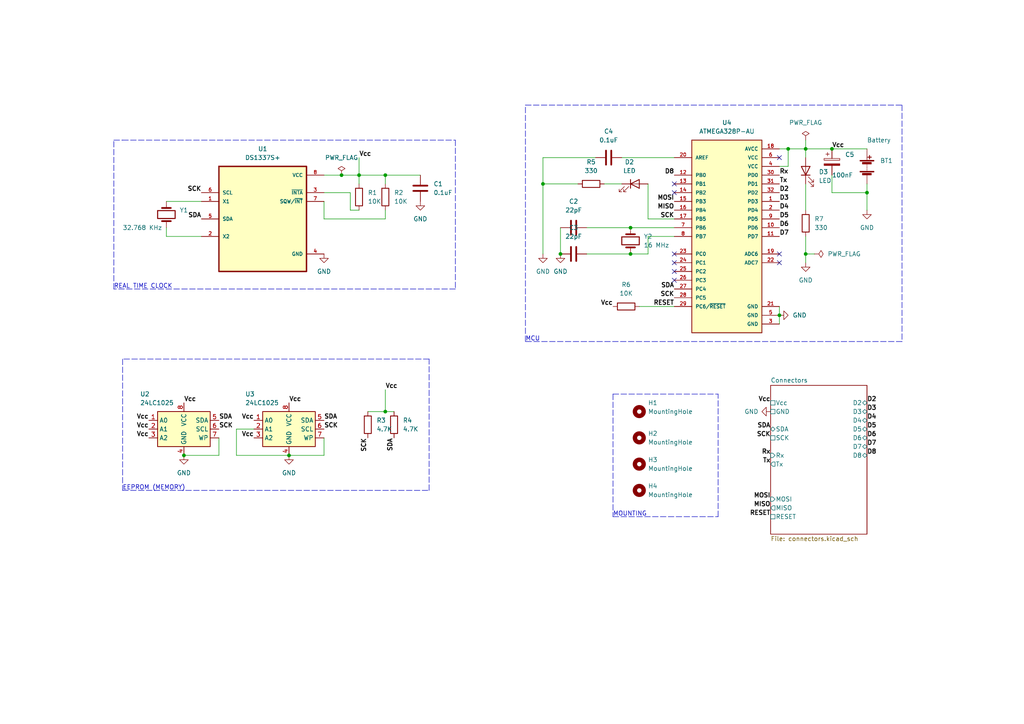
<source format=kicad_sch>
(kicad_sch (version 20211123) (generator eeschema)
  (paper "A4")
  (title_block (title "MCU_DATA_LOGGER") (date "2022-04-10") (rev "1"))
  (lib_symbols
    (symbol "ATMEGA328P-AU:ATMEGA328P-AU" (pin_names (offset 1.016))
      (property "Reference" "U4" (at 0 33.02 0))
      (property "Value" "ATMEGA328P-AU" (at 0 30.48 0))
      (symbol "ATMEGA328P-AU_0_0"
        (rectangle (start -10.16 -27.94) (end 10.16 27.94) (stroke (width 0.254)) (fill (type background)))
        (pin bidirectional line (at 15.24 10.16 180) (length 5.08) (name "PD3") (number "1"))
        (pin bidirectional line (at 15.24 2.54 180) (length 5.08) (name "PD6") (number "10"))
        (pin bidirectional line (at 15.24 0 180) (length 5.08) (name "PD7") (number "11"))
        (pin bidirectional line (at -15.24 17.78 0) (length 5.08) (name "PB0") (number "12"))
        (pin bidirectional line (at -15.24 15.24 0) (length 5.08) (name "PB1") (number "13"))
        (pin bidirectional line (at -15.24 12.7 0) (length 5.08) (name "PB2") (number "14"))
        (pin bidirectional line (at -15.24 10.16 0) (length 5.08) (name "PB3") (number "15"))
        (pin bidirectional line (at -15.24 7.62 0) (length 5.08) (name "PB4") (number "16"))
        (pin bidirectional line (at -15.24 5.08 0) (length 5.08) (name "PB5") (number "17"))
        (pin power_in line (at 15.24 25.4 180) (length 5.08) (name "AVCC") (number "18"))
        (pin bidirectional line (at 15.24 -5.08 180) (length 5.08) (name "ADC6") (number "19"))
        (pin bidirectional line (at 15.24 7.62 180) (length 5.08) (name "PD4") (number "2"))
        (pin input line (at -15.24 22.86 0) (length 5.08) (name "AREF") (number "20"))
        (pin power_in line (at 15.24 -20.32 180) (length 5.08) (name "GND") (number "21"))
        (pin bidirectional line (at 15.24 -7.62 180) (length 5.08) (name "ADC7") (number "22"))
        (pin bidirectional line (at -15.24 -5.08 0) (length 5.08) (name "PC0") (number "23"))
        (pin bidirectional line (at -15.24 -7.62 0) (length 5.08) (name "PC1") (number "24"))
        (pin bidirectional line (at -15.24 -10.16 0) (length 5.08) (name "PC2") (number "25"))
        (pin bidirectional line (at -15.24 -12.7 0) (length 5.08) (name "PC3") (number "26"))
        (pin bidirectional line (at -15.24 -15.24 0) (length 5.08) (name "PC4") (number "27"))
        (pin bidirectional line (at -15.24 -17.78 0) (length 5.08) (name "PC5") (number "28"))
        (pin bidirectional line (at -15.24 -20.32 0) (length 5.08) (name "PC6/~{RESET}") (number "29"))
        (pin power_in line (at 15.24 -25.4 180) (length 5.08) (name "GND") (number "3"))
        (pin bidirectional line (at 15.24 17.78 180) (length 5.08) (name "PD0") (number "30"))
        (pin bidirectional line (at 15.24 15.24 180) (length 5.08) (name "PD1") (number "31"))
        (pin bidirectional line (at 15.24 12.7 180) (length 5.08) (name "PD2") (number "32"))
        (pin power_in line (at 15.24 20.32 180) (length 5.08) (name "VCC") (number "4"))
        (pin power_in line (at 15.24 -22.86 180) (length 5.08) (name "GND") (number "5"))
        (pin power_in line (at 15.24 22.86 180) (length 5.08) (name "VCC") (number "6"))
        (pin bidirectional line (at -15.24 2.54 0) (length 5.08) (name "PB6") (number "7"))
        (pin bidirectional line (at -15.24 0 0) (length 5.08) (name "PB7") (number "8"))
        (pin bidirectional line (at 15.24 5.08 180) (length 5.08) (name "PD5") (number "9"))
      )
    )
    (symbol "Device:Battery" (pin_numbers hide) (pin_names (offset 0) hide)
      (property "Reference" "BT" (at 2.54 2.54 0))
      (property "Value" "Battery" (at 2.54 0 0))
      (symbol "Battery_0_1"
        (rectangle (start -2.032 -1.397) (end 2.032 -1.651) (fill (type outline)))
        (rectangle (start -2.032 1.778) (end 2.032 1.524) (fill (type outline)))
        (rectangle (start -1.3208 -1.9812) (end 1.27 -2.4892) (fill (type outline)))
        (rectangle (start -1.3208 1.1938) (end 1.27 0.6858) (fill (type outline)))
        (polyline (pts (xy 0 -1.524) (xy 0 -1.27)))
        (polyline (pts (xy 0 -1.016) (xy 0 -0.762)))
        (polyline (pts (xy 0 -0.508) (xy 0 -0.254)))
        (polyline (pts (xy 0 0) (xy 0 0.254)))
        (polyline (pts (xy 0 0.508) (xy 0 0.762)))
        (polyline (pts (xy 0 1.778) (xy 0 2.54)))
        (polyline (pts (xy 0.254 2.667) (xy 1.27 2.667)) (stroke (width 0.254)))
        (polyline (pts (xy 0.762 3.175) (xy 0.762 2.159)) (stroke (width 0.254)))
      )
      (symbol "Battery_1_1"
        (pin passive line (at 0 5.08 270) (length 2.54) (name "+") (number "1"))
        (pin passive line (at 0 -5.08 90) (length 2.54) (name "-") (number "2"))
      )
    )
    (symbol "Device:C" (pin_numbers hide) (pin_names (offset 0.254))
      (property "Reference" "C" (at 0.635 2.54 0))
      (property "Value" "C" (at 0.635 -2.54 0))
      (symbol "C_0_1"
        (polyline (pts (xy -2.032 -0.762) (xy 2.032 -0.762)) (stroke (width 0.508)))
        (polyline (pts (xy -2.032 0.762) (xy 2.032 0.762)) (stroke (width 0.508)))
      )
      (symbol "C_1_1"
        (pin passive line (at 0 3.81 270) (length 2.794) (name "~") (number "1"))
        (pin passive line (at 0 -3.81 90) (length 2.794) (name "~") (number "2"))
      )
    )
    (symbol "Device:C_Polarized" (pin_numbers hide) (pin_names (offset 0.254))
      (property "Reference" "C" (at 0.635 2.54 0))
      (property "Value" "C_Polarized" (at 0.635 -2.54 0))
      (symbol "C_Polarized_0_1"
        (rectangle (start -2.286 0.508) (end 2.286 1.016))
        (polyline (pts (xy -1.778 2.286) (xy -0.762 2.286)))
        (polyline (pts (xy -1.27 2.794) (xy -1.27 1.778)))
        (rectangle (start 2.286 -0.508) (end -2.286 -1.016) (fill (type outline)))
      )
      (symbol "C_Polarized_1_1"
        (pin passive line (at 0 3.81 270) (length 2.794) (name "~") (number "1"))
        (pin passive line (at 0 -3.81 90) (length 2.794) (name "~") (number "2"))
      )
    )
    (symbol "Device:Crystal" (pin_numbers hide) (pin_names (offset 1.016) hide)
      (property "Reference" "Y" (at 0 3.81 0))
      (property "Value" "Crystal" (at 0 -3.81 0))
      (symbol "Crystal_0_1"
        (rectangle (start -1.143 2.54) (end 1.143 -2.54) (stroke (width 0.3048)))
        (polyline (pts (xy -2.54 0) (xy -1.905 0)))
        (polyline (pts (xy -1.905 -1.27) (xy -1.905 1.27)) (stroke (width 0.508)))
        (polyline (pts (xy 1.905 -1.27) (xy 1.905 1.27)) (stroke (width 0.508)))
        (polyline (pts (xy 2.54 0) (xy 1.905 0)))
      )
      (symbol "Crystal_1_1"
        (pin passive line (at -3.81 0 0) (length 1.27) (name "1") (number "1"))
        (pin passive line (at 3.81 0 180) (length 1.27) (name "2") (number "2"))
      )
    )
    (symbol "Device:LED" (pin_numbers hide) (pin_names (offset 1.016) hide)
      (property "Reference" "D" (at 0 2.54 0))
      (property "Value" "LED" (at 0 -2.54 0))
      (symbol "LED_0_1"
        (polyline (pts (xy -1.27 -1.27) (xy -1.27 1.27)) (stroke (width 0.254)))
        (polyline (pts (xy -1.27 0) (xy 1.27 0)))
        (polyline (pts (xy 1.27 -1.27) (xy 1.27 1.27) (xy -1.27 0) (xy 1.27 -1.27)) (stroke (width 0.254)))
        (polyline (pts (xy -3.048 -0.762) (xy -4.572 -2.286) (xy -3.81 -2.286) (xy -4.572 -2.286) (xy -4.572 -1.524)))
        (polyline (pts (xy -1.778 -0.762) (xy -3.302 -2.286) (xy -2.54 -2.286) (xy -3.302 -2.286) (xy -3.302 -1.524)))
      )
      (symbol "LED_1_1"
        (pin passive line (at -3.81 0 0) (length 2.54) (name "K") (number "1"))
        (pin passive line (at 3.81 0 180) (length 2.54) (name "A") (number "2"))
      )
    )
    (symbol "Device:R" (pin_numbers hide) (pin_names (offset 0))
      (property "Reference" "R" (at 2.032 0 90))
      (property "Value" "R" (at 0 0 90))
      (symbol "R_0_1"
        (rectangle (start -1.016 -2.54) (end 1.016 2.54) (stroke (width 0.254)))
      )
      (symbol "R_1_1"
        (pin passive line (at 0 3.81 270) (length 1.27) (name "~") (number "1"))
        (pin passive line (at 0 -3.81 90) (length 1.27) (name "~") (number "2"))
      )
    )
    (symbol "Mechanical:MountingHole" (pin_names (offset 1.016))
      (property "Reference" "H" (at 0 5.08 0))
      (property "Value" "MountingHole" (at 0 3.175 0))
      (symbol "MountingHole_0_1"
        (circle (center 0 0) (radius 1.27) (stroke (width 1.27)))
      )
    )
    (symbol "Memory_EEPROM:24LC1025"
      (property "Reference" "U" (at -6.35 6.35 0))
      (property "Value" "24LC1025" (at 1.27 6.35 0))
      (symbol "24LC1025_1_1"
        (rectangle (start -7.62 5.08) (end 7.62 -5.08) (stroke (width 0.254)) (fill (type background)))
        (pin input line (at -10.16 2.54 0) (length 2.54) (name "A0") (number "1"))
        (pin input line (at -10.16 0 0) (length 2.54) (name "A1") (number "2"))
        (pin input line (at -10.16 -2.54 0) (length 2.54) (name "A2") (number "3"))
        (pin power_in line (at 0 -7.62 90) (length 2.54) (name "GND") (number "4"))
        (pin bidirectional line (at 10.16 2.54 180) (length 2.54) (name "SDA") (number "5"))
        (pin input line (at 10.16 0 180) (length 2.54) (name "SCL") (number "6"))
        (pin input line (at 10.16 -2.54 180) (length 2.54) (name "WP") (number "7"))
        (pin power_in line (at 0 7.62 270) (length 2.54) (name "VCC") (number "8"))
      )
    )
    (symbol "New_Library:DS1337S+" (pin_names (offset 1.016))
      (property "Reference" "U" (at -12.7 16.2306 0))
      (property "Value" "DS1337S+" (at -12.7 -19.2278 0))
      (symbol "DS1337S+_0_0"
        (rectangle (start -12.7 -15.24) (end 12.7 15.24) (stroke (width 0.4064)) (fill (type background)))
        (pin input line (at -17.78 5.08 0) (length 5.08) (name "X1") (number "1"))
        (pin bidirectional line (at -17.78 -5.08 0) (length 5.08) (name "X2") (number "2"))
        (pin output line (at 17.78 7.62 180) (length 5.08) (name "~{INTA}") (number "3"))
        (pin power_in line (at 17.78 -10.16 180) (length 5.08) (name "GND") (number "4"))
        (pin bidirectional line (at -17.78 0 0) (length 5.08) (name "SDA") (number "5"))
        (pin input line (at -17.78 7.62 0) (length 5.08) (name "SCL") (number "6"))
        (pin output line (at 17.78 5.08 180) (length 5.08) (name "SQW/~{INT}") (number "7"))
        (pin power_in line (at 17.78 12.7 180) (length 5.08) (name "VCC") (number "8"))
      )
    )
    (symbol "power:GND" (power) (pin_names (offset 0))
      (property "Value" "GND" (at 0 -3.81 0))
      (symbol "GND_0_1"
        (polyline (pts (xy 0 0) (xy 0 -1.27) (xy 1.27 -1.27) (xy 0 -2.54) (xy -1.27 -1.27) (xy 0 -1.27)))
      )
      (symbol "GND_1_1"
        (pin power_in line (at 0 0 270) (length 0) hide (name "GND") (number "1"))
      )
    )
    (symbol "power:PWR_FLAG" (power) (pin_numbers hide) (pin_names (offset 0) hide)
      (property "Value" "PWR_FLAG" (at 0 3.81 0))
      (symbol "PWR_FLAG_0_0"
        (pin power_out line (at 0 0 90) (length 0) (name "pwr") (number "1"))
      )
      (symbol "PWR_FLAG_0_1"
        (polyline (pts (xy 0 0) (xy 0 1.27) (xy -1.016 1.905) (xy 0 2.54) (xy 1.016 1.905) (xy 0 1.27)))
      )
    )
  )
  (junction (at 99.06 50.8))
  (junction (at 241.3 43.18))
  (junction (at 104.14 50.8))
  (junction (at 111.76 119.38))
  (junction (at 182.88 66.04))
  (junction (at 228.6 43.18))
  (junction (at 162.56 73.66))
  (junction (at 111.76 50.8))
  (junction (at 83.82 132.08))
  (junction (at 182.88 73.66))
  (junction (at 251.46 55.88))
  (junction (at 233.68 43.18))
  (junction (at 226.06 91.44))
  (junction (at 157.48 53.34))
  (junction (at 53.34 132.08))
  (junction (at 233.68 73.66))
  (no_connect (at 226.06 45.72))
  (no_connect (at 226.06 73.66))
  (no_connect (at 226.06 76.2))
  (no_connect (at 195.58 78.74))
  (no_connect (at 195.58 73.66))
  (no_connect (at 195.58 76.2))
  (no_connect (at 195.58 55.88))
  (no_connect (at 195.58 53.34))
  (no_connect (at 195.58 81.28))
  (polyline (pts (xy 177.8 114.3) (xy 208.28 114.3)))
  (wire (pts (xy 185.42 88.9) (xy 195.58 88.9)))
  (wire (pts (xy 63.5 132.08) (xy 53.34 132.08)))
  (wire (pts (xy 241.3 50.8) (xy 241.3 55.88)))
  (wire (pts (xy 226.06 91.44) (xy 226.06 93.98)))
  (wire (pts (xy 170.18 73.66) (xy 182.88 73.66)))
  (wire (pts (xy 233.68 43.18) (xy 241.3 43.18)))
  (polyline (pts (xy 35.56 142.24) (xy 124.46 142.24)))
  (wire (pts (xy 93.98 50.8) (xy 99.06 50.8)))
  (wire (pts (xy 172.72 45.72) (xy 157.48 45.72)))
  (wire (pts (xy 73.66 124.46) (xy 68.58 124.46)))
  (wire (pts (xy 241.3 55.88) (xy 251.46 55.88)))
  (wire (pts (xy 233.68 43.18) (xy 233.68 45.72)))
  (wire (pts (xy 233.68 73.66) (xy 236.22 73.66)))
  (polyline (pts (xy 177.8 114.3) (xy 177.8 149.86)))
  (polyline (pts (xy 261.62 30.48) (xy 261.62 99.06)))
  (wire (pts (xy 157.48 45.72) (xy 157.48 53.34)))
  (wire (pts (xy 111.76 50.8) (xy 121.92 50.8)))
  (polyline (pts (xy 35.56 104.14) (xy 35.56 142.24)))
  (wire (pts (xy 187.96 73.66) (xy 182.88 73.66)))
  (polyline (pts (xy 177.8 149.86) (xy 208.28 149.86)))
  (polyline (pts (xy 33.02 83.82) (xy 33.02 40.64)))
  (polyline (pts (xy 33.02 40.64) (xy 35.56 40.64)))
  (wire (pts (xy 175.26 53.34) (xy 180.34 53.34)))
  (wire (pts (xy 187.96 68.58) (xy 195.58 68.58)))
  (wire (pts (xy 104.14 50.8) (xy 104.14 53.34)))
  (wire (pts (xy 93.98 55.88) (xy 101.6 55.88)))
  (polyline (pts (xy 35.56 40.64) (xy 132.08 40.64)))
  (wire (pts (xy 251.46 55.88) (xy 251.46 60.96)))
  (polyline (pts (xy 132.08 40.64) (xy 132.08 83.82)))
  (wire (pts (xy 187.96 68.58) (xy 187.96 73.66)))
  (wire (pts (xy 111.76 113.03) (xy 111.76 119.38)))
  (wire (pts (xy 233.68 40.64) (xy 233.68 43.18)))
  (wire (pts (xy 162.56 66.04) (xy 162.56 73.66)))
  (polyline (pts (xy 132.08 83.82) (xy 33.02 83.82)))
  (wire (pts (xy 111.76 119.38) (xy 114.3 119.38)))
  (polyline (pts (xy 208.28 149.86) (xy 208.28 114.3)))
  (wire (pts (xy 93.98 63.5) (xy 111.76 63.5)))
  (polyline (pts (xy 124.46 142.24) (xy 124.46 104.14)))
  (wire (pts (xy 106.68 119.38) (xy 111.76 119.38)))
  (wire (pts (xy 48.26 58.42) (xy 58.42 58.42)))
  (wire (pts (xy 93.98 58.42) (xy 93.98 63.5)))
  (wire (pts (xy 233.68 73.66) (xy 233.68 76.2)))
  (wire (pts (xy 187.96 63.5) (xy 187.96 53.34)))
  (wire (pts (xy 104.14 45.72) (xy 104.14 50.8)))
  (polyline (pts (xy 152.4 30.48) (xy 261.62 30.48)))
  (wire (pts (xy 99.06 50.8) (xy 104.14 50.8)))
  (wire (pts (xy 111.76 50.8) (xy 111.76 53.34)))
  (wire (pts (xy 157.48 53.34) (xy 157.48 73.66)))
  (wire (pts (xy 93.98 127) (xy 93.98 132.08)))
  (wire (pts (xy 226.06 88.9) (xy 226.06 91.44)))
  (wire (pts (xy 233.68 53.34) (xy 233.68 60.96)))
  (wire (pts (xy 63.5 127) (xy 63.5 132.08)))
  (wire (pts (xy 241.3 43.18) (xy 251.46 43.18)))
  (wire (pts (xy 48.26 68.58) (xy 58.42 68.58)))
  (wire (pts (xy 167.64 53.34) (xy 157.48 53.34)))
  (wire (pts (xy 228.6 43.18) (xy 233.68 43.18)))
  (wire (pts (xy 182.88 66.04) (xy 195.58 66.04)))
  (wire (pts (xy 226.06 48.26) (xy 228.6 48.26)))
  (polyline (pts (xy 124.46 104.14) (xy 35.56 104.14)))
  (wire (pts (xy 180.34 45.72) (xy 195.58 45.72)))
  (wire (pts (xy 48.26 66.04) (xy 48.26 68.58)))
  (wire (pts (xy 251.46 53.34) (xy 251.46 55.88)))
  (wire (pts (xy 101.6 60.96) (xy 104.14 60.96)))
  (polyline (pts (xy 152.4 99.06) (xy 152.4 30.48)))
  (wire (pts (xy 226.06 43.18) (xy 228.6 43.18)))
  (wire (pts (xy 68.58 132.08) (xy 83.82 132.08)))
  (wire (pts (xy 68.58 124.46) (xy 68.58 132.08)))
  (wire (pts (xy 101.6 55.88) (xy 101.6 60.96)))
  (wire (pts (xy 93.98 132.08) (xy 83.82 132.08)))
  (wire (pts (xy 104.14 50.8) (xy 111.76 50.8)))
  (wire (pts (xy 111.76 63.5) (xy 111.76 60.96)))
  (wire (pts (xy 195.58 63.5) (xy 187.96 63.5)))
  (wire (pts (xy 228.6 48.26) (xy 228.6 43.18)))
  (polyline (pts (xy 261.62 99.06) (xy 152.4 99.06)))
  (wire (pts (xy 233.68 68.58) (xy 233.68 73.66)))
  (wire (pts (xy 170.18 66.04) (xy 182.88 66.04)))
  (text "MOUNTING" (at 177.8 149.86 0) (effects (font (size 1.27 1.27)) (justify left bottom)))
  (text "REAL TIME CLOCK" (at 33.02 83.82 0) (effects (font (size 1.27 1.27)) (justify left bottom)))
  (text "EEPROM (MEMORY)\n" (at 35.56 142.24 0) (effects (font (size 1.27 1.27)) (justify left bottom)))
  (text "MCU" (at 152.4 99.06 0) (effects (font (size 1.27 1.27)) (justify left bottom)))
  (label "MOSI" (at 195.58 58.42 180) (effects (font bold)))
  (label "D8" (at 195.58 50.8 180) (effects (font (thickness 0.254) bold)))
  (label "D7" (at 251.46 129.54 0) (effects (font bold)))
  (label "Rx" (at 226.06 50.8 0) (effects (font bold)))
  (label "SDA" (at 223.52 124.46 180) (effects (font bold)))
  (label "D2" (at 251.46 116.84 0) (effects (font bold)))
  (label "Vcc" (at 104.14 45.72 0) (effects (font bold)))
  (label "D6" (at 226.06 66.04 0) (effects (font bold)))
  (label "D5" (at 226.06 63.5 0) (effects (font bold)))
  (label "D4" (at 226.06 60.96 0) (effects (font bold)))
  (label "RESET" (at 223.52 149.86 180) (effects (font bold)))
  (label "Tx" (at 223.52 134.62 180) (effects (font bold)))
  (label "SCK" (at 223.52 127 180) (effects (font bold)))
  (label "D5" (at 251.46 124.46 0) (effects (font bold)))
  (label "MISO" (at 223.52 147.32 180) (effects (font bold)))
  (label "Vcc" (at 43.18 121.92 180) (effects (font bold)))
  (label "SDA" (at 63.5 121.92 0) (effects (font bold)))
  (label "D7" (at 226.06 68.58 0) (effects (font bold)))
  (label "Vcc" (at 43.18 127 180) (effects (font bold)))
  (label "SCK" (at 63.5 124.46 0) (effects (font bold)))
  (label "SCK" (at 195.58 63.5 180) (effects (font bold)))
  (label "D8" (at 251.46 132.08 0) (effects (font (thickness 0.254) bold)))
  (label "D6" (at 251.46 127 0) (effects (font bold)))
  (label "Rx" (at 223.52 132.08 180) (effects (font bold)))
  (label "Vcc" (at 241.3 43.18 0) (effects (font bold)))
  (label "MOSI" (at 223.52 144.78 180) (effects (font bold)))
  (label "D2" (at 226.06 55.88 0) (effects (font bold)))
  (label "Vcc" (at 53.34 116.84 0) (effects (font bold)))
  (label "SDA" (at 93.98 121.92 0) (effects (font bold)))
  (label "D3" (at 251.46 119.38 0) (effects (font bold)))
  (label "Vcc" (at 177.8 88.9 180) (effects (font bold)))
  (label "D4" (at 251.46 121.92 0) (effects (font bold)))
  (label "Tx" (at 226.06 53.34 0) (effects (font bold)))
  (label "SCK" (at 58.42 55.88 180) (effects (font (thickness 0.254) bold)))
  (label "Vcc" (at 43.18 124.46 180) (effects (font bold)))
  (label "SCK" (at 195.58 86.36 180) (effects (font bold)))
  (label "SCK" (at 106.68 127 270) (effects (font bold)))
  (label "RESET" (at 195.58 88.9 180) (effects (font bold)))
  (label "D3" (at 226.06 58.42 0) (effects (font bold)))
  (label "SDA" (at 195.58 83.82 180) (effects (font bold)))
  (label "Vcc" (at 111.76 113.03 0) (effects (font bold)))
  (label "MISO" (at 195.58 60.96 180) (effects (font bold)))
  (label "Vcc" (at 73.66 127 180) (effects (font bold)))
  (label "Vcc" (at 83.82 116.84 0) (effects (font bold)))
  (label "Vcc" (at 73.66 121.92 180) (effects (font bold)))
  (label "SCK" (at 93.98 124.46 0) (effects (font bold)))
  (label "SDA" (at 58.42 63.5 180) (effects (font bold)))
  (label "Vcc" (at 223.52 116.84 180) (effects (font bold)))
  (label "SDA" (at 114.3 127 270) (effects (font bold)))
  (symbol (lib_id "Device:C") (at 176.53 45.72 90) (unit 1)
    (property "Reference" "C4" (at 176.53 38.1 90))
    (property "Value" "0.1uF" (at 176.53 40.64 90))
    (property "Footprint" "Capacitor_SMD:C_0805_2012Metric" (effects hide))
  )
  (symbol (lib_id "power:PWR_FLAG") (at 236.22 73.66 270) (unit 1)
    (property "Reference" "#FLG0102" (effects hide))
    (property "Value" "PWR_FLAG" (at 240.03 73.6599 90) (effects (justify left)))
  )
  (symbol (lib_id "Device:Crystal") (at 48.26 62.23 90) (unit 1)
    (property "Reference" "Y1" (at 52.07 60.9599 90) (effects (justify right)))
    (property "Value" "32.768 KHz" (at 35.56 66.04 90) (effects (justify right)))
    (property "Footprint" "Crystal:Crystal_SMD_5032-2Pin_5.0x3.2mm_HandSoldering" (effects hide))
  )
  (symbol (lib_id "Memory_EEPROM:24LC1025") (at 53.34 124.46 0) (unit 1)
    (property "Reference" "U2" (at 40.64 114.3 0) (effects (justify left)))
    (property "Value" "24LC1025" (at 40.64 116.84 0) (effects (justify left)))
    (property "Footprint" "Package_SO:SOIC-8_5.23x5.23mm_P1.27mm" (effects hide))
    (property "Datasheet" "http://ww1.microchip.com/downloads/en/DeviceDoc/21941B.pdf" (effects hide))
  )
  (symbol (lib_id "Device:C") (at 166.37 73.66 90) (unit 1)
    (property "Reference" "C3" (at 166.37 66.04 90))
    (property "Value" "22pF" (at 166.37 68.58 90))
    (property "Footprint" "Capacitor_SMD:C_0805_2012Metric" (effects hide))
  )
  (symbol (lib_id "power:GND") (at 93.98 73.66 0) (unit 1)
    (property "Reference" "#PWR0103" (effects hide))
    (property "Value" "GND" (at 93.98 78.74 0))
  )
  (symbol (lib_id "Memory_EEPROM:24LC1025") (at 83.82 124.46 0) (unit 1)
    (property "Reference" "U3" (at 71.12 114.3 0) (effects (justify left)))
    (property "Value" "24LC1025" (at 71.12 116.84 0) (effects (justify left)))
    (property "Footprint" "Package_SO:SOIC-8_5.23x5.23mm_P1.27mm" (effects hide))
    (property "Datasheet" "http://ww1.microchip.com/downloads/en/DeviceDoc/21941B.pdf" (effects hide))
  )
  (symbol (lib_id "Device:R") (at 171.45 53.34 90) (unit 1)
    (property "Reference" "R5" (at 171.45 46.99 90))
    (property "Value" "330" (at 171.45 49.53 90))
    (property "Footprint" "Resistor_SMD:R_0805_2012Metric" (effects hide))
  )
  (symbol (lib_id "power:GND") (at 53.34 132.08 0) (unit 1)
    (property "Reference" "#PWR0101" (effects hide))
    (property "Value" "GND" (at 53.34 137.16 0))
  )
  (symbol (lib_id "power:GND") (at 157.48 73.66 0) (unit 1)
    (property "Reference" "#PWR0107" (effects hide))
    (property "Value" "GND" (at 157.48 78.74 0))
  )
  (symbol (lib_id "power:PWR_FLAG") (at 233.68 40.64 0) (unit 1)
    (property "Reference" "#FLG0101" (effects hide))
    (property "Value" "PWR_FLAG" (at 233.68 35.56 0))
  )
  (symbol (lib_id "Device:C") (at 166.37 66.04 90) (unit 1)
    (property "Reference" "C2" (at 166.37 58.42 90))
    (property "Value" "22pF" (at 166.37 60.96 90))
    (property "Footprint" "Capacitor_SMD:C_0805_2012Metric" (effects hide))
  )
  (symbol (lib_id "Device:R") (at 104.14 57.15 0) (unit 1)
    (property "Reference" "R1" (at 106.68 55.8799 0) (effects (justify left)))
    (property "Value" "10K" (at 106.68 58.4199 0) (effects (justify left)))
    (property "Footprint" "Resistor_SMD:R_0805_2012Metric" (effects hide))
  )
  (symbol (lib_id "power:GND") (at 251.46 60.96 0) (unit 1)
    (property "Reference" "#PWR0106" (effects hide))
    (property "Value" "GND" (at 251.46 66.04 0))
  )
  (symbol (lib_id "Device:Crystal") (at 182.88 69.85 90) (unit 1)
    (property "Reference" "Y2" (at 186.69 68.5799 90) (effects (justify right)))
    (property "Value" "16 MHz" (at 186.69 71.1199 90) (effects (justify right)))
    (property "Footprint" "Crystal:Crystal_SMD_5032-2Pin_5.0x3.2mm_HandSoldering" (effects hide))
  )
  (symbol (lib_id "Mechanical:MountingHole") (at 185.42 127 0) (unit 1)
    (property "Reference" "H2" (at 187.96 125.7299 0) (effects (justify left)))
    (property "Value" "MountingHole" (at 187.96 128.2699 0) (effects (justify left)))
    (property "Footprint" "MountingHole:MountingHole_2.1mm" (effects hide))
  )
  (symbol (lib_id "power:PWR_FLAG") (at 99.06 50.8 0) (unit 1)
    (property "Reference" "#FLG0103" (effects hide))
    (property "Value" "PWR_FLAG" (at 99.06 45.72 0))
  )
  (symbol (lib_id "power:GND") (at 83.82 132.08 0) (unit 1)
    (property "Reference" "#PWR0102" (effects hide))
    (property "Value" "GND" (at 83.82 137.16 0))
  )
  (symbol (lib_id "Device:R") (at 233.68 64.77 0) (unit 1)
    (property "Reference" "R7" (at 236.22 63.4999 0) (effects (justify left)))
    (property "Value" "330" (at 236.22 66.0399 0) (effects (justify left)))
    (property "Footprint" "Resistor_SMD:R_0805_2012Metric" (effects hide))
  )
  (symbol (lib_id "Device:LED") (at 233.68 49.53 90) (unit 1)
    (property "Reference" "D3" (at 237.49 49.8474 90) (effects (justify right)))
    (property "Value" "LED" (at 237.49 52.3874 90) (effects (justify right)))
    (property "Footprint" "LED_SMD:LED_0805_2012Metric" (effects hide))
  )
  (symbol (lib_id "Device:R") (at 181.61 88.9 90) (unit 1)
    (property "Reference" "R6" (at 181.61 82.55 90))
    (property "Value" "10K" (at 181.61 85.09 90))
    (property "Footprint" "Resistor_SMD:R_0805_2012Metric" (effects hide))
  )
  (symbol (lib_id "power:GND") (at 223.52 119.38 270) (unit 1)
    (property "Reference" "#PWR0110" (effects hide))
    (property "Value" "GND" (at 215.9 119.38 90) (effects (justify left)))
  )
  (symbol (lib_id "Mechanical:MountingHole") (at 185.42 142.24 0) (unit 1)
    (property "Reference" "H4" (at 187.96 140.9699 0) (effects (justify left)))
    (property "Value" "MountingHole" (at 187.96 143.5099 0) (effects (justify left)))
    (property "Footprint" "MountingHole:MountingHole_2.1mm" (effects hide))
  )
  (symbol (lib_id "Device:R") (at 111.76 57.15 0) (unit 1)
    (property "Reference" "R2" (at 114.3 55.8799 0) (effects (justify left)))
    (property "Value" "10K" (at 114.3 58.4199 0) (effects (justify left)))
    (property "Footprint" "Resistor_SMD:R_0805_2012Metric" (effects hide))
  )
  (symbol (lib_id "Device:LED") (at 184.15 53.34 0) (unit 1)
    (property "Reference" "D2" (at 182.5625 46.99 0))
    (property "Value" "LED" (at 182.5625 49.53 0))
    (property "Footprint" "LED_SMD:LED_0805_2012Metric" (effects hide))
  )
  (symbol (lib_id "ATMEGA328P-AU:ATMEGA328P-AU") (at 210.82 68.58 0) (unit 1)
    (property "Reference" "U4" (at 210.82 35.56 0))
    (property "Value" "ATMEGA328P-AU" (at 210.82 38.1 0))
    (property "Footprint" "ATMEGA:QFP80P900X900X120-32N" (effects hide))
    (property "MANUFACTURER" "Atmel" (effects hide))
  )
  (symbol (lib_id "Device:R") (at 114.3 123.19 0) (unit 1)
    (property "Reference" "R4" (at 116.84 121.9199 0) (effects (justify left)))
    (property "Value" "4.7K" (at 116.84 124.4599 0) (effects (justify left)))
    (property "Footprint" "Resistor_SMD:R_0805_2012Metric" (effects hide))
  )
  (symbol (lib_id "Device:R") (at 106.68 123.19 0) (unit 1)
    (property "Reference" "R3" (at 109.22 121.9199 0) (effects (justify left)))
    (property "Value" "4.7K" (at 109.22 124.4599 0) (effects (justify left)))
    (property "Footprint" "Resistor_SMD:R_0805_2012Metric" (effects hide))
  )
  (symbol (lib_id "Device:C_Polarized") (at 241.3 46.99 0) (unit 1)
    (property "Reference" "C5" (at 245.11 44.8309 0) (effects (justify left)))
    (property "Value" "100nF" (at 241.3 50.8 0) (effects (justify left)))
    (property "Footprint" "Capacitor_SMD:C_0805_2012Metric" (effects hide))
  )
  (symbol (lib_id "Device:C") (at 121.92 54.61 0) (unit 1)
    (property "Reference" "C1" (at 125.73 53.3399 0) (effects (justify left)))
    (property "Value" "0.1uF" (at 125.73 55.8799 0) (effects (justify left)))
    (property "Footprint" "Capacitor_SMD:C_0805_2012Metric" (effects hide))
  )
  (symbol (lib_id "Mechanical:MountingHole") (at 185.42 119.38 0) (unit 1)
    (property "Reference" "H1" (at 187.96 116.84 0) (effects (justify left)))
    (property "Value" "MountingHole" (at 187.96 119.38 0) (effects (justify left)))
    (property "Footprint" "MountingHole:MountingHole_2.1mm" (effects hide))
  )
  (symbol (lib_id "power:GND") (at 233.68 76.2 0) (unit 1)
    (property "Reference" "#PWR0109" (effects hide))
    (property "Value" "GND" (at 233.68 81.28 0))
  )
  (symbol (lib_id "Device:Battery") (at 251.46 48.26 0) (unit 1)
    (property "Reference" "BT1" (at 255.27 46.6089 0) (effects (justify left)))
    (property "Value" "Battery" (at 251.46 40.64 0) (effects (justify left)))
    (property "Footprint" "Connector_PinHeader_2.54mm:PinHeader_1x02_P2.54mm_Vertical" (effects hide))
  )
  (symbol (lib_id "New_Library:DS1337S+") (at 76.2 63.5 0) (unit 1)
    (property "Reference" "U1" (at 76.2 43.18 0))
    (property "Value" "DS1337S+" (at 76.2 45.72 0))
    (property "Footprint" "DS1337S_:SOIC127P600X175-8N" (effects hide))
  )
  (symbol (lib_id "power:GND") (at 121.92 58.42 0) (unit 1)
    (property "Reference" "#PWR0104" (effects hide))
    (property "Value" "GND" (at 121.92 63.5 0))
  )
  (symbol (lib_id "Mechanical:MountingHole") (at 185.42 134.62 0) (unit 1)
    (property "Reference" "H3" (at 187.96 133.3499 0) (effects (justify left)))
    (property "Value" "MountingHole" (at 187.96 135.8899 0) (effects (justify left)))
    (property "Footprint" "MountingHole:MountingHole_2.1mm" (effects hide))
  )
  (symbol (lib_id "power:GND") (at 162.56 73.66 0) (unit 1)
    (property "Reference" "#PWR0108" (effects hide))
    (property "Value" "GND" (at 162.56 78.74 0))
  )
  (symbol (lib_id "power:GND") (at 226.06 91.44 90) (unit 1)
    (property "Reference" "#PWR0105" (effects hide))
    (property "Value" "GND" (at 229.87 91.4399 90) (effects (justify right)))
  )
  (sheet (at 223.52 111.76) (size 27.94 43.18) (stroke (width 0.1524))
    (property "Sheet name" "Connectors" (at 223.52 111.0484 0) (effects (justify left bottom)))
    (property "Sheet file" "connectors.kicad_sch" (at 223.52 155.5246 0) (effects (justify left top)))
    (pin "D2" bidirectional (at 251.46 116.84 0))
    (pin "D3" bidirectional (at 251.46 119.38 0))
    (pin "D4" bidirectional (at 251.46 121.92 0))
    (pin "D5" bidirectional (at 251.46 124.46 0))
    (pin "D8" bidirectional (at 251.46 132.08 0))
    (pin "GND" passive (at 223.52 119.38 180))
    (pin "Vcc" passive (at 223.52 116.84 180))
    (pin "SDA" bidirectional (at 223.52 124.46 180))
    (pin "SCK" passive (at 223.52 127 180))
    (pin "Rx" input (at 223.52 132.08 180))
    (pin "Tx" output (at 223.52 134.62 180))
    (pin "D6" bidirectional (at 251.46 127 0))
    (pin "D7" bidirectional (at 251.46 129.54 0))
    (pin "MOSI" input (at 223.52 144.78 180))
    (pin "MISO" output (at 223.52 147.32 180))
    (pin "RESET" passive (at 223.52 149.86 180))
  )
)
</source>
